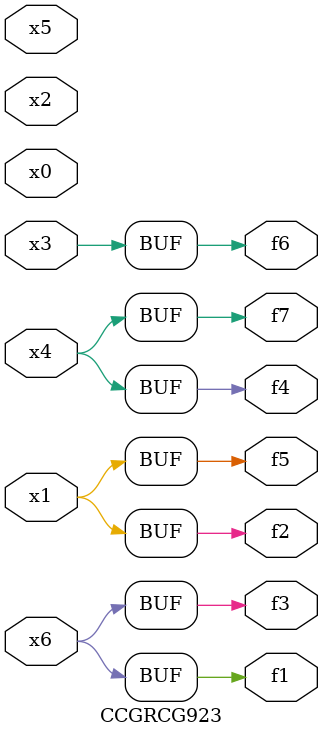
<source format=v>
module CCGRCG923(
	input x0, x1, x2, x3, x4, x5, x6,
	output f1, f2, f3, f4, f5, f6, f7
);
	assign f1 = x6;
	assign f2 = x1;
	assign f3 = x6;
	assign f4 = x4;
	assign f5 = x1;
	assign f6 = x3;
	assign f7 = x4;
endmodule

</source>
